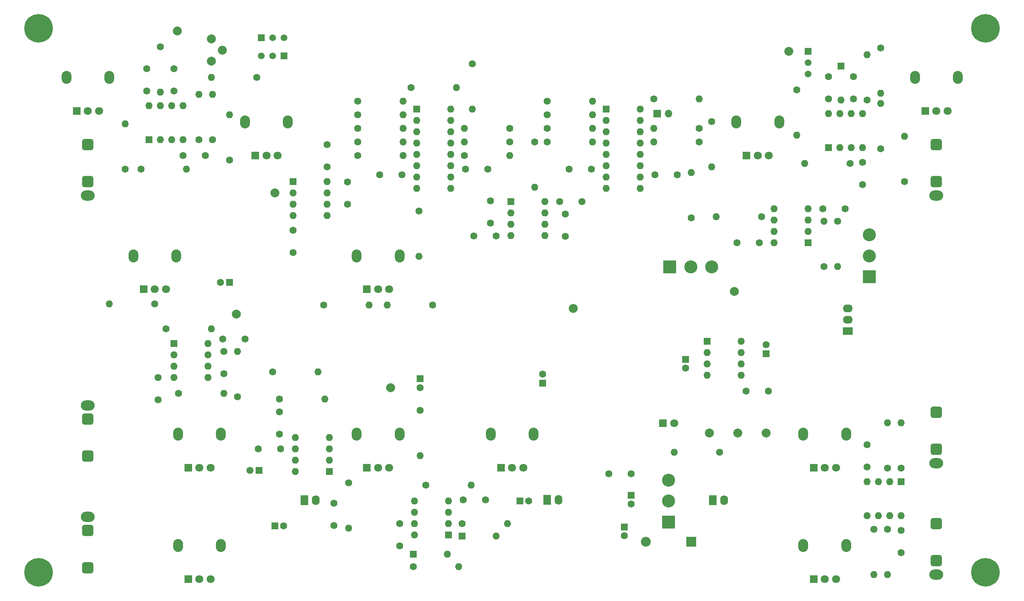
<source format=gbs>
%TF.GenerationSoftware,KiCad,Pcbnew,8.0.7*%
%TF.CreationDate,2025-01-15T21:00:28+00:00*%
%TF.ProjectId,steel-feedback,73746565-6c2d-4666-9565-646261636b2e,rev?*%
%TF.SameCoordinates,Original*%
%TF.FileFunction,Soldermask,Bot*%
%TF.FilePolarity,Negative*%
%FSLAX46Y46*%
G04 Gerber Fmt 4.6, Leading zero omitted, Abs format (unit mm)*
G04 Created by KiCad (PCBNEW 8.0.7) date 2025-01-15 21:00:28*
%MOMM*%
%LPD*%
G01*
G04 APERTURE LIST*
G04 Aperture macros list*
%AMRoundRect*
0 Rectangle with rounded corners*
0 $1 Rounding radius*
0 $2 $3 $4 $5 $6 $7 $8 $9 X,Y pos of 4 corners*
0 Add a 4 corners polygon primitive as box body*
4,1,4,$2,$3,$4,$5,$6,$7,$8,$9,$2,$3,0*
0 Add four circle primitives for the rounded corners*
1,1,$1+$1,$2,$3*
1,1,$1+$1,$4,$5*
1,1,$1+$1,$6,$7*
1,1,$1+$1,$8,$9*
0 Add four rect primitives between the rounded corners*
20,1,$1+$1,$2,$3,$4,$5,0*
20,1,$1+$1,$4,$5,$6,$7,0*
20,1,$1+$1,$6,$7,$8,$9,0*
20,1,$1+$1,$8,$9,$2,$3,0*%
G04 Aperture macros list end*
%ADD10C,6.400000*%
%ADD11C,1.600000*%
%ADD12O,1.600000X1.600000*%
%ADD13R,1.740000X2.200000*%
%ADD14O,1.740000X2.200000*%
%ADD15O,2.200000X2.900000*%
%ADD16R,1.800000X1.800000*%
%ADD17C,1.800000*%
%ADD18R,2.921000X2.921000*%
%ADD19C,2.921000*%
%ADD20C,2.000000*%
%ADD21O,3.100000X2.300000*%
%ADD22RoundRect,0.650000X0.650000X0.650000X-0.650000X0.650000X-0.650000X-0.650000X0.650000X-0.650000X0*%
%ADD23R,1.600000X1.600000*%
%ADD24RoundRect,0.650000X-0.650000X-0.650000X0.650000X-0.650000X0.650000X0.650000X-0.650000X0.650000X0*%
%ADD25R,1.500000X1.500000*%
%ADD26C,1.500000*%
%ADD27R,1.700000X1.700000*%
%ADD28O,1.700000X1.700000*%
%ADD29R,2.200000X1.740000*%
%ADD30O,2.200000X1.740000*%
%ADD31R,2.200000X2.200000*%
%ADD32O,2.200000X2.200000*%
G04 APERTURE END LIST*
D10*
%TO.C,H4*%
X246000000Y-156000000D03*
%TD*%
%TO.C,H3*%
X34000000Y-156000000D03*
%TD*%
%TO.C,H2*%
X246000000Y-34000000D03*
%TD*%
%TO.C,H1*%
X34000000Y-34000000D03*
%TD*%
D11*
%TO.C,R50*%
X222504000Y-38354000D03*
D12*
X222504000Y-48514000D03*
%TD*%
D13*
%TO.C,MK1*%
X147828000Y-139700000D03*
D14*
X150368000Y-139700000D03*
%TD*%
D11*
%TO.C,R33*%
X147828000Y-50292000D03*
D12*
X157988000Y-50292000D03*
%TD*%
D15*
%TO.C,RV5*%
X190200000Y-55000000D03*
X199800000Y-55000000D03*
D16*
X192500000Y-62500000D03*
D17*
X195000000Y-62500000D03*
X197500000Y-62500000D03*
%TD*%
D18*
%TO.C,SW3*%
X175301000Y-87500000D03*
D19*
X180000000Y-87500000D03*
X184699000Y-87500000D03*
%TD*%
D11*
%TO.C,R5*%
X105410000Y-56388000D03*
D12*
X115570000Y-56388000D03*
%TD*%
D11*
%TO.C,C18*%
X171958000Y-66802000D03*
X176958000Y-66802000D03*
%TD*%
D20*
%TO.C,TP8*%
X189738000Y-92964000D03*
%TD*%
D21*
%TO.C,J1*%
X45000000Y-143520000D03*
D22*
X45000000Y-154920000D03*
X45000000Y-146620000D03*
%TD*%
D23*
%TO.C,U3*%
X161046000Y-52060000D03*
D12*
X161046000Y-54600000D03*
X161046000Y-57140000D03*
X161046000Y-59680000D03*
X161046000Y-62220000D03*
X161046000Y-64760000D03*
X161046000Y-67300000D03*
X161046000Y-69840000D03*
X168666000Y-69840000D03*
X168666000Y-67300000D03*
X168666000Y-64760000D03*
X168666000Y-62220000D03*
X168666000Y-59680000D03*
X168666000Y-57140000D03*
X168666000Y-54600000D03*
X168666000Y-52060000D03*
%TD*%
D11*
%TO.C,R46*%
X128778000Y-145034000D03*
D12*
X138938000Y-145034000D03*
%TD*%
D21*
%TO.C,J5*%
X235000000Y-71480000D03*
D24*
X235000000Y-60080000D03*
X235000000Y-68380000D03*
%TD*%
D11*
%TO.C,R13*%
X220980000Y-146304000D03*
D12*
X220980000Y-156464000D03*
%TD*%
D11*
%TO.C,R52*%
X82804000Y-44958000D03*
D12*
X72644000Y-44958000D03*
%TD*%
D15*
%TO.C,RV8*%
X105200000Y-125000000D03*
X114800000Y-125000000D03*
D16*
X107500000Y-132500000D03*
D17*
X110000000Y-132500000D03*
X112500000Y-132500000D03*
%TD*%
D11*
%TO.C,R49*%
X180086000Y-76454000D03*
D12*
X180086000Y-66294000D03*
%TD*%
D23*
%TO.C,U10*%
X206248000Y-82032000D03*
D12*
X206248000Y-79492000D03*
X206248000Y-76952000D03*
X206248000Y-74412000D03*
X198628000Y-74412000D03*
X198628000Y-76952000D03*
X198628000Y-79492000D03*
X198628000Y-82032000D03*
%TD*%
D11*
%TO.C,R15*%
X147828000Y-59436000D03*
D12*
X157988000Y-59436000D03*
%TD*%
D20*
%TO.C,TP2*%
X196850000Y-124714000D03*
%TD*%
D11*
%TO.C,R24*%
X184658000Y-54864000D03*
D12*
X184658000Y-65024000D03*
%TD*%
D23*
%TO.C,C9*%
X86868000Y-145542000D03*
D11*
X88868000Y-145542000D03*
%TD*%
D20*
%TO.C,TP5*%
X112776000Y-114554000D03*
%TD*%
D25*
%TO.C,Q1*%
X88900000Y-40132000D03*
D26*
X86360000Y-40132000D03*
X83820000Y-40132000D03*
%TD*%
D11*
%TO.C,R1*%
X105410000Y-59436000D03*
D12*
X115570000Y-59436000D03*
%TD*%
D23*
%TO.C,C7*%
X83312000Y-133096000D03*
D11*
X81312000Y-133096000D03*
%TD*%
%TO.C,R37*%
X69850000Y-58928000D03*
D12*
X69850000Y-48768000D03*
%TD*%
D11*
%TO.C,R42*%
X219456000Y-50038000D03*
D12*
X219456000Y-39878000D03*
%TD*%
D18*
%TO.C,SW2*%
X220000000Y-89699000D03*
D19*
X220000000Y-85000000D03*
X220000000Y-80301000D03*
%TD*%
D11*
%TO.C,C22*%
X218440000Y-69008000D03*
X218440000Y-64008000D03*
%TD*%
%TO.C,R4*%
X105410000Y-53340000D03*
D12*
X115570000Y-53340000D03*
%TD*%
D11*
%TO.C,R55*%
X103378000Y-135890000D03*
D12*
X103378000Y-146050000D03*
%TD*%
D11*
%TO.C,R18*%
X119380000Y-119634000D03*
D12*
X119380000Y-129794000D03*
%TD*%
D11*
%TO.C,R30*%
X76708000Y-63500000D03*
D12*
X76708000Y-53340000D03*
%TD*%
D27*
%TO.C,JP1*%
X172466000Y-53086000D03*
D28*
X175006000Y-53086000D03*
%TD*%
D11*
%TO.C,C31*%
X88138000Y-128270000D03*
X83138000Y-128270000D03*
%TD*%
%TO.C,C41*%
X100076000Y-140502000D03*
X100076000Y-145502000D03*
%TD*%
D15*
%TO.C,RV10*%
X205200000Y-125000000D03*
X214800000Y-125000000D03*
D16*
X207500000Y-132500000D03*
D17*
X210000000Y-132500000D03*
X212500000Y-132500000D03*
%TD*%
D11*
%TO.C,C27*%
X214550000Y-74422000D03*
X209550000Y-74422000D03*
%TD*%
D23*
%TO.C,C34*%
X165100000Y-145796000D03*
D11*
X165100000Y-147796000D03*
%TD*%
%TO.C,C36*%
X60706000Y-117268000D03*
X60706000Y-112268000D03*
%TD*%
D23*
%TO.C,U6*%
X99050000Y-133340000D03*
D12*
X99050000Y-130800000D03*
X99050000Y-128260000D03*
X99050000Y-125720000D03*
X91430000Y-125720000D03*
X91430000Y-128260000D03*
X91430000Y-130800000D03*
X91430000Y-133340000D03*
%TD*%
D11*
%TO.C,R38*%
X227838000Y-68326000D03*
D12*
X227838000Y-58166000D03*
%TD*%
D11*
%TO.C,R51*%
X59944000Y-95758000D03*
D12*
X49784000Y-95758000D03*
%TD*%
D11*
%TO.C,R32*%
X131064000Y-41910000D03*
D12*
X131064000Y-52070000D03*
%TD*%
D15*
%TO.C,RV4*%
X80200000Y-55000000D03*
X89800000Y-55000000D03*
D16*
X82500000Y-62500000D03*
D17*
X85000000Y-62500000D03*
X87500000Y-62500000D03*
%TD*%
D13*
%TO.C,LS1*%
X93468000Y-139831500D03*
D14*
X96008000Y-139831500D03*
%TD*%
D11*
%TO.C,C24*%
X134032000Y-139700000D03*
X129032000Y-139700000D03*
%TD*%
D23*
%TO.C,U13*%
X139710000Y-72868000D03*
D12*
X139710000Y-75408000D03*
X139710000Y-77948000D03*
X139710000Y-80488000D03*
X147330000Y-80488000D03*
X147330000Y-77948000D03*
X147330000Y-75408000D03*
X147330000Y-72868000D03*
%TD*%
D11*
%TO.C,C23*%
X114808000Y-145034000D03*
X114808000Y-150034000D03*
%TD*%
D23*
%TO.C,C11*%
X146812000Y-113538000D03*
D11*
X146812000Y-111538000D03*
%TD*%
%TO.C,C26*%
X195326000Y-82042000D03*
X190326000Y-82042000D03*
%TD*%
D23*
%TO.C,C33*%
X76708000Y-90932000D03*
D11*
X74708000Y-90932000D03*
%TD*%
%TO.C,R43*%
X87884000Y-117094000D03*
D12*
X98044000Y-117094000D03*
%TD*%
D18*
%TO.C,SW1*%
X175000000Y-144699000D03*
D19*
X175000000Y-140000000D03*
X175000000Y-135301000D03*
%TD*%
D23*
%TO.C,D5*%
X213614000Y-42418000D03*
D12*
X213614000Y-50038000D03*
%TD*%
D11*
%TO.C,R35*%
X72898000Y-58928000D03*
D12*
X72898000Y-48768000D03*
%TD*%
D11*
%TO.C,R21*%
X119126000Y-74930000D03*
D12*
X119126000Y-85090000D03*
%TD*%
D23*
%TO.C,C28*%
X178816000Y-108204000D03*
D11*
X178816000Y-110204000D03*
%TD*%
D21*
%TO.C,J4*%
X45000000Y-71480000D03*
D24*
X45000000Y-60080000D03*
X45000000Y-68380000D03*
%TD*%
D11*
%TO.C,R26*%
X212852000Y-77216000D03*
D12*
X212852000Y-87376000D03*
%TD*%
D15*
%TO.C,RV1*%
X65200000Y-150000000D03*
X74800000Y-150000000D03*
D16*
X67500000Y-157500000D03*
D17*
X70000000Y-157500000D03*
X72500000Y-157500000D03*
%TD*%
D11*
%TO.C,R44*%
X171704000Y-49784000D03*
D12*
X181864000Y-49784000D03*
%TD*%
D11*
%TO.C,R29*%
X61214000Y-38100000D03*
D12*
X61214000Y-48260000D03*
%TD*%
D11*
%TO.C,R48*%
X186436000Y-129032000D03*
D12*
X176276000Y-129032000D03*
%TD*%
D15*
%TO.C,RV3*%
X105200000Y-85000000D03*
X114800000Y-85000000D03*
D16*
X107500000Y-92500000D03*
D17*
X110000000Y-92500000D03*
X112500000Y-92500000D03*
%TD*%
D11*
%TO.C,R19*%
X97790000Y-96012000D03*
D12*
X107950000Y-96012000D03*
%TD*%
D15*
%TO.C,RV6*%
X40200000Y-45000000D03*
X49800000Y-45000000D03*
D16*
X42500000Y-52500000D03*
D17*
X45000000Y-52500000D03*
X47500000Y-52500000D03*
%TD*%
D11*
%TO.C,C21*%
X210820000Y-49784000D03*
X210820000Y-44784000D03*
%TD*%
D23*
%TO.C,U4*%
X58684000Y-58918000D03*
D12*
X61224000Y-58918000D03*
X63764000Y-58918000D03*
X66304000Y-58918000D03*
X66304000Y-51298000D03*
X63764000Y-51298000D03*
X61224000Y-51298000D03*
X58684000Y-51298000D03*
%TD*%
D11*
%TO.C,R45*%
X120650000Y-136398000D03*
D12*
X130810000Y-136398000D03*
%TD*%
D15*
%TO.C,RV12*%
X135200000Y-125000000D03*
X144800000Y-125000000D03*
D16*
X137500000Y-132500000D03*
D17*
X140000000Y-132500000D03*
X142500000Y-132500000D03*
%TD*%
D11*
%TO.C,C1*%
X103124000Y-68406000D03*
X103124000Y-73406000D03*
%TD*%
D20*
%TO.C,TP6*%
X65024000Y-34544000D03*
%TD*%
D11*
%TO.C,R20*%
X122174000Y-96012000D03*
D12*
X112014000Y-96012000D03*
%TD*%
D23*
%TO.C,D2*%
X128778000Y-147828000D03*
D12*
X136398000Y-147828000D03*
%TD*%
D11*
%TO.C,C12*%
X58166000Y-48006000D03*
X58166000Y-43006000D03*
%TD*%
%TO.C,R14*%
X147828000Y-53340000D03*
D12*
X157988000Y-53340000D03*
%TD*%
D11*
%TO.C,R12*%
X129286000Y-62484000D03*
D12*
X139446000Y-62484000D03*
%TD*%
D11*
%TO.C,C30*%
X197358000Y-115316000D03*
X192358000Y-115316000D03*
%TD*%
%TO.C,R23*%
X181864000Y-59436000D03*
D12*
X171704000Y-59436000D03*
%TD*%
D11*
%TO.C,R9*%
X117348000Y-47244000D03*
D12*
X127508000Y-47244000D03*
%TD*%
D11*
%TO.C,R3*%
X105410000Y-62484000D03*
D12*
X115570000Y-62484000D03*
%TD*%
D23*
%TO.C,C4*%
X119380000Y-112554000D03*
D11*
X119380000Y-114554000D03*
%TD*%
%TO.C,R40*%
X203708000Y-47752000D03*
D12*
X203708000Y-57912000D03*
%TD*%
D23*
%TO.C,U11*%
X64262000Y-104648000D03*
D12*
X64262000Y-107188000D03*
X64262000Y-109728000D03*
X64262000Y-112268000D03*
X71882000Y-112268000D03*
X71882000Y-109728000D03*
X71882000Y-107188000D03*
X71882000Y-104648000D03*
%TD*%
D23*
%TO.C,U5*%
X210820000Y-60706000D03*
D12*
X213360000Y-60706000D03*
X215900000Y-60706000D03*
X218440000Y-60706000D03*
X218440000Y-53086000D03*
X215900000Y-53086000D03*
X213360000Y-53086000D03*
X210820000Y-53086000D03*
%TD*%
D15*
%TO.C,RV9*%
X55200000Y-85000000D03*
X64800000Y-85000000D03*
D16*
X57500000Y-92500000D03*
D17*
X60000000Y-92500000D03*
X62500000Y-92500000D03*
%TD*%
D11*
%TO.C,R54*%
X224028000Y-146304000D03*
D12*
X224028000Y-156464000D03*
%TD*%
D25*
%TO.C,Q2*%
X83820000Y-36068000D03*
D26*
X86360000Y-36068000D03*
X88900000Y-36068000D03*
%TD*%
D11*
%TO.C,R34*%
X53340000Y-65532000D03*
D12*
X53340000Y-55372000D03*
%TD*%
D11*
%TO.C,R8*%
X62484000Y-101346000D03*
D12*
X72644000Y-101346000D03*
%TD*%
D29*
%TO.C,J3*%
X215138000Y-101854000D03*
D30*
X215138000Y-99314000D03*
X215138000Y-96774000D03*
%TD*%
D11*
%TO.C,R16*%
X147828000Y-56388000D03*
D12*
X157988000Y-56388000D03*
%TD*%
D15*
%TO.C,RV2*%
X65200000Y-125000000D03*
X74800000Y-125000000D03*
D16*
X67500000Y-132500000D03*
D17*
X70000000Y-132500000D03*
X72500000Y-132500000D03*
%TD*%
D11*
%TO.C,R47*%
X117856000Y-154686000D03*
D12*
X128016000Y-154686000D03*
%TD*%
D23*
%TO.C,U7*%
X125720000Y-147564000D03*
D12*
X125720000Y-145024000D03*
X125720000Y-142484000D03*
X125720000Y-139944000D03*
X118100000Y-139944000D03*
X118100000Y-142484000D03*
X118100000Y-145024000D03*
X118100000Y-147564000D03*
%TD*%
D21*
%TO.C,J7*%
X235000000Y-156480000D03*
D24*
X235000000Y-145080000D03*
X235000000Y-153380000D03*
%TD*%
D11*
%TO.C,C37*%
X227076000Y-146558000D03*
X227076000Y-151558000D03*
%TD*%
%TO.C,R22*%
X181864000Y-56388000D03*
D12*
X171704000Y-56388000D03*
%TD*%
D11*
%TO.C,C25*%
X166624000Y-133858000D03*
X161624000Y-133858000D03*
%TD*%
%TO.C,C19*%
X152734000Y-65532000D03*
X157734000Y-65532000D03*
%TD*%
D20*
%TO.C,RV13*%
X72644000Y-36362000D03*
X75144000Y-38862000D03*
X72644000Y-41362000D03*
%TD*%
%TO.C,TP7*%
X153670000Y-96774000D03*
%TD*%
D11*
%TO.C,R17*%
X145034000Y-59436000D03*
D12*
X145034000Y-69596000D03*
%TD*%
D11*
%TO.C,R27*%
X209804000Y-87376000D03*
D12*
X209804000Y-77216000D03*
%TD*%
D20*
%TO.C,TP9*%
X201940000Y-39106000D03*
%TD*%
D11*
%TO.C,C40*%
X90932000Y-84248000D03*
X90932000Y-79248000D03*
%TD*%
%TO.C,C6*%
X216408000Y-49784000D03*
X216408000Y-44784000D03*
%TD*%
%TO.C,R7*%
X65278000Y-115824000D03*
D12*
X75438000Y-115824000D03*
%TD*%
D23*
%TO.C,C10*%
X141732000Y-139954000D03*
D11*
X143732000Y-139954000D03*
%TD*%
D20*
%TO.C,TP4*%
X78232000Y-98044000D03*
%TD*%
D11*
%TO.C,C32*%
X75184000Y-103632000D03*
X80184000Y-103632000D03*
%TD*%
D20*
%TO.C,TP10*%
X86868000Y-70866000D03*
%TD*%
D23*
%TO.C,U2*%
X118628000Y-52060000D03*
D12*
X118628000Y-54600000D03*
X118628000Y-57140000D03*
X118628000Y-59680000D03*
X118628000Y-62220000D03*
X118628000Y-64760000D03*
X118628000Y-67300000D03*
X118628000Y-69840000D03*
X126248000Y-69840000D03*
X126248000Y-67300000D03*
X126248000Y-64760000D03*
X126248000Y-62220000D03*
X126248000Y-59680000D03*
X126248000Y-57140000D03*
X126248000Y-54600000D03*
X126248000Y-52060000D03*
%TD*%
D20*
%TO.C,TP3*%
X190500000Y-124714000D03*
%TD*%
D13*
%TO.C,J8*%
X184912000Y-139831500D03*
D14*
X187452000Y-139831500D03*
%TD*%
D11*
%TO.C,R2*%
X224028000Y-132588000D03*
D12*
X224028000Y-122428000D03*
%TD*%
D31*
%TO.C,D3*%
X180086000Y-149098000D03*
D32*
X169926000Y-149098000D03*
%TD*%
D23*
%TO.C,C29*%
X196850000Y-106934000D03*
D11*
X196850000Y-104934000D03*
%TD*%
%TO.C,C2*%
X135128000Y-72684000D03*
X135128000Y-77684000D03*
%TD*%
%TO.C,C5*%
X64262000Y-48006000D03*
X64262000Y-43006000D03*
%TD*%
%TO.C,R28*%
X86360000Y-110998000D03*
D12*
X96520000Y-110998000D03*
%TD*%
D23*
%TO.C,C20*%
X166624000Y-138684000D03*
D11*
X166624000Y-140684000D03*
%TD*%
D23*
%TO.C,U9*%
X183642000Y-104150000D03*
D12*
X183642000Y-106690000D03*
X183642000Y-109230000D03*
X183642000Y-111770000D03*
X191262000Y-111770000D03*
X191262000Y-109230000D03*
X191262000Y-106690000D03*
X191262000Y-104150000D03*
%TD*%
D11*
%TO.C,C17*%
X110316000Y-66802000D03*
X115316000Y-66802000D03*
%TD*%
%TO.C,R36*%
X56896000Y-65532000D03*
D12*
X67056000Y-65532000D03*
%TD*%
D21*
%TO.C,J2*%
X45000000Y-118520000D03*
D22*
X45000000Y-129920000D03*
X45000000Y-121620000D03*
%TD*%
D21*
%TO.C,J6*%
X235000000Y-131480000D03*
D24*
X235000000Y-120080000D03*
X235000000Y-128380000D03*
%TD*%
D11*
%TO.C,R6*%
X78486000Y-116586000D03*
D12*
X78486000Y-106426000D03*
%TD*%
D11*
%TO.C,R25*%
X195834000Y-76200000D03*
D12*
X185674000Y-76200000D03*
%TD*%
D11*
%TO.C,C39*%
X98552000Y-65024000D03*
X98552000Y-60024000D03*
%TD*%
%TO.C,C15*%
X131398000Y-80518000D03*
X136398000Y-80518000D03*
%TD*%
%TO.C,C38*%
X219456000Y-127334000D03*
X219456000Y-132334000D03*
%TD*%
D25*
%TO.C,Q3*%
X206248000Y-39106000D03*
D26*
X206248000Y-41646000D03*
X206248000Y-44186000D03*
%TD*%
D11*
%TO.C,R39*%
X215646000Y-64262000D03*
D12*
X205486000Y-64262000D03*
%TD*%
D11*
%TO.C,C35*%
X75438000Y-106426000D03*
X75438000Y-111426000D03*
%TD*%
D15*
%TO.C,RV7*%
X230200000Y-45000000D03*
X239800000Y-45000000D03*
D16*
X232500000Y-52500000D03*
D17*
X235000000Y-52500000D03*
X237500000Y-52500000D03*
%TD*%
D23*
%TO.C,U8*%
X227066000Y-135646000D03*
D12*
X224526000Y-135646000D03*
X221986000Y-135646000D03*
X219446000Y-135646000D03*
X219446000Y-143266000D03*
X221986000Y-143266000D03*
X224526000Y-143266000D03*
X227066000Y-143266000D03*
%TD*%
D20*
%TO.C,TP1*%
X184150000Y-124714000D03*
%TD*%
D11*
%TO.C,C3*%
X151892000Y-75652000D03*
X151892000Y-80652000D03*
%TD*%
%TO.C,C14*%
X150622000Y-72858000D03*
X155622000Y-72858000D03*
%TD*%
%TO.C,R11*%
X139446000Y-56388000D03*
D12*
X129286000Y-56388000D03*
%TD*%
D11*
%TO.C,R31*%
X105410000Y-50292000D03*
D12*
X115570000Y-50292000D03*
%TD*%
D11*
%TO.C,R41*%
X222504000Y-60950000D03*
D12*
X222504000Y-50790000D03*
%TD*%
D11*
%TO.C,C13*%
X71294000Y-62484000D03*
X66294000Y-62484000D03*
%TD*%
D15*
%TO.C,RV11*%
X205200000Y-150000000D03*
X214800000Y-150000000D03*
D16*
X207500000Y-157500000D03*
D17*
X210000000Y-157500000D03*
X212500000Y-157500000D03*
%TD*%
D23*
%TO.C,U12*%
X90942000Y-68336000D03*
D12*
X90942000Y-70876000D03*
X90942000Y-73416000D03*
X90942000Y-75956000D03*
X98562000Y-75956000D03*
X98562000Y-73416000D03*
X98562000Y-70876000D03*
X98562000Y-68336000D03*
%TD*%
D11*
%TO.C,R10*%
X139446000Y-59436000D03*
D12*
X129286000Y-59436000D03*
%TD*%
D11*
%TO.C,C16*%
X129540000Y-65532000D03*
X134540000Y-65532000D03*
%TD*%
D16*
%TO.C,D4*%
X173725000Y-122500000D03*
D17*
X176265000Y-122500000D03*
%TD*%
D11*
%TO.C,C8*%
X87884000Y-124968000D03*
X87884000Y-119968000D03*
%TD*%
D23*
%TO.C,D1*%
X117856000Y-151892000D03*
D12*
X125476000Y-151892000D03*
%TD*%
D11*
%TO.C,R53*%
X227076000Y-132588000D03*
D12*
X227076000Y-122428000D03*
%TD*%
M02*

</source>
